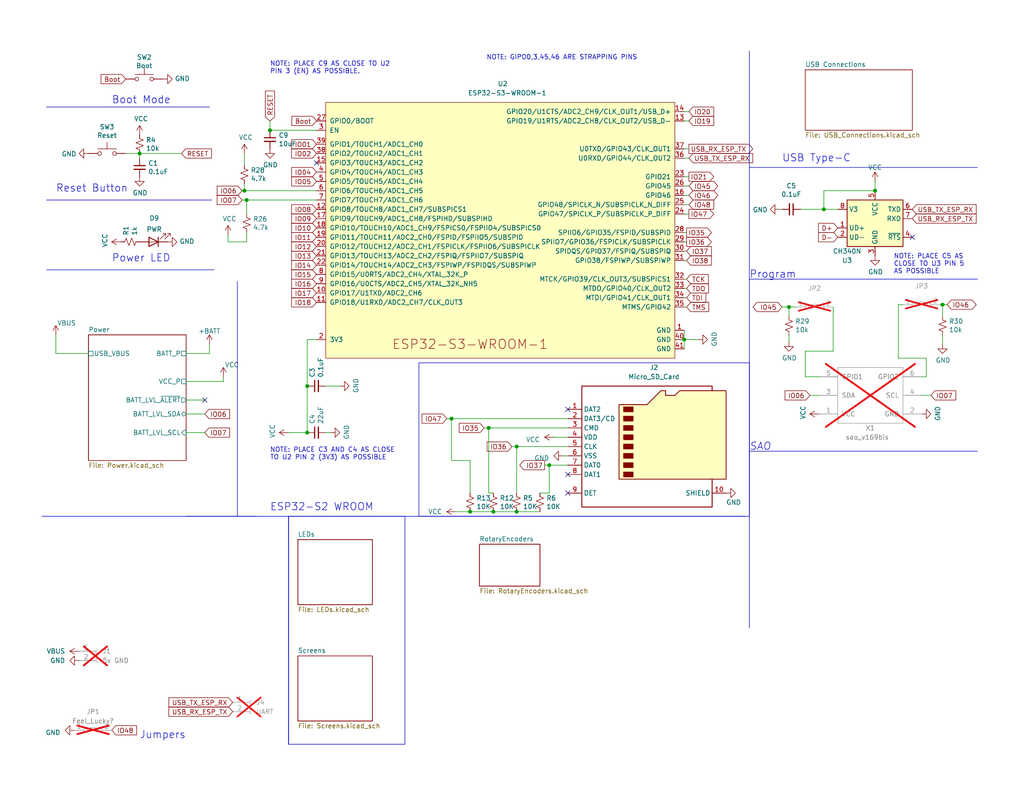
<source format=kicad_sch>
(kicad_sch (version 20230121) (generator eeschema)
  (paper "USLetter")
  (title_block (title "CactusCon12") (date "2023-10-30") (rev "v1") (company "BadgePirates") (comment 1 "ESP32-S3 WROOM (WIFI/BTLE)") (comment 2 "USB to Serial Connector / MicroSD") (comment 3 "Lipo Charger / 14500 Battery / Battery Guage") (comment 4 "5 Input Buttons / 2x Rotary Dials / 2x SPI TFT / I2C Oled"))
  (lib_symbols
    (symbol "BadgePirates:Badgelife_sao_connector_v169bis" (pin_names (offset 1.016))
      (property "Reference" "X" (at 0 0 0))
      (property "Value" "Badgelife_sao_connector_v169bis" (at 0 20.32 0))
      (symbol "Badgelife_sao_connector_v169bis_1_1"
        (pin input line (at -5.08 13.97 270) (length 5.08) (name "VCC") (number "1"))
        (pin input line (at -5.08 -13.97 90) (length 5.08) (name "GND") (number "2"))
        (pin input line (at 0 13.97 270) (length 5.08) (name "SDA") (number "3"))
        (pin input line (at 0 -13.97 90) (length 5.08) (name "SCL") (number "4"))
        (pin input line (at 5.08 13.97 270) (length 5.08) (name "GPIO1") (number "5"))
        (pin input line (at 5.08 -13.97 90) (length 5.08) (name "GPIO2") (number "6"))
      )
    )
    (symbol "BadgePirates:CH330N"
      (property "Reference" "U3" (at -7.62 -11.43 0))
      (property "Value" "CH340N" (at -7.62 -8.89 0))
      (symbol "CH330N_1_1"
        (pin bidirectional line (at -10.16 -2.54 0) (length 2.54) (name "UD+") (number "1"))
        (pin bidirectional line (at -10.16 -5.08 0) (length 2.54) (name "UD-") (number "2"))
        (pin power_in line (at 0 -10.16 90) (length 2.54) (name "GND") (number "3"))
        (pin output line (at 10.16 -5.08 180) (length 2.54) (name "~{RTS}") (number "4"))
        (pin power_in line (at 0 7.62 270) (length 2.54) (name "VCC") (number "5"))
        (pin output line (at 10.16 2.54 180) (length 2.54) (name "TXD") (number "6"))
        (pin input line (at 10.16 0 180) (length 2.54) (name "RXD") (number "7"))
        (pin passive line (at -10.16 2.54 0) (length 2.54) (name "V3") (number "8"))
      )
    )
    (symbol "BadgePirates:C_.1uf_0805" (pin_numbers hide) (pin_names (offset 0.254) hide)
      (property "Reference" "C_.1uf_0805" (at 2.3368 1.1684 0))
      (property "Value" "0.1uF" (at 2.3368 -1.143 0))
      (symbol "C_.1uf_0805_1_1"
        (pin passive line (at 0 2.54 270) (length 2.032) (name "~") (number "1"))
        (pin passive line (at 0 -2.54 90) (length 2.032) (name "~") (number "2"))
      )
    )
    (symbol "BadgePirates:ESP32-S3-WROOM-1-N8" (pin_names (offset 1.016))
      (property "Reference" "U2" (at 8.89 39.37 0))
      (property "Value" "ESP32-S3-WROOM-1-N8" (at 10.16 36.83 0))
      (symbol "ESP32-S3-WROOM-1-N8_0_0"
        (text "ESP32-S3-WROOM-1" (at 0 -31.75 0) (effects (font (size 2.54 2.54))))
        (pin power_in line (at 58.42 -27.94 180) (length 2.54) (name "GND") (number "1"))
        (pin bidirectional line (at -41.91 -17.78 0) (length 2.54) (name "GPIO17/U1TXD/ADC2_CH6") (number "10"))
        (pin bidirectional line (at -41.91 -20.32 0) (length 2.54) (name "GPIO18/U1RXD/ADC2_CH7/CLK_OUT3") (number "11"))
        (pin bidirectional line (at -41.91 5.08 0) (length 2.54) (name "GPIO8/TOUCH8/ADC1_CH7/SUBSPICS1") (number "12"))
        (pin bidirectional line (at 58.42 29.21 180) (length 2.54) (name "GPIO19/U1RTS/ADC2_CH8/CLK_OUT2/USB_D-") (number "13"))
        (pin bidirectional line (at 58.42 31.75 180) (length 2.54) (name "GPIO20/U1CTS/ADC2_CH9/CLK_OUT1/USB_D+") (number "14"))
        (pin bidirectional line (at -41.91 17.78 0) (length 2.54) (name "GPIO3/TOUCH3/ADC1_CH2") (number "15"))
        (pin bidirectional line (at 58.42 8.89 180) (length 2.54) (name "GPIO46") (number "16"))
        (pin bidirectional line (at -41.91 2.54 0) (length 2.54) (name "GPIO9/TOUCH9/ADC1_CH8/FSPIHD/SUBSPIHD") (number "17"))
        (pin bidirectional line (at -41.91 0 0) (length 2.54) (name "GPIO10/TOUCH10/ADC1_CH9/FSPICS0/FSPIIO4/SUBSPICS0") (number "18"))
        (pin bidirectional line (at -41.91 -2.54 0) (length 2.54) (name "GPIO11/TOUCH11/ADC2_CH0/FSPID/FSPIIO5/SUBSPID") (number "19"))
        (pin power_in line (at -41.91 -30.48 0) (length 2.54) (name "3V3") (number "2"))
        (pin bidirectional line (at -41.91 -5.08 0) (length 2.54) (name "GPIO12/TOUCH12/ADC2_CH1/FSPICLK/FSPIIO6/SUBSPICLK") (number "20"))
        (pin bidirectional line (at -41.91 -7.62 0) (length 2.54) (name "GPIO13/TOUCH13/ADC2_CH2/FSPIQ/FSPIIO7/SUBSPIQ") (number "21"))
        (pin bidirectional line (at -41.91 -10.16 0) (length 2.54) (name "GPIO14/TOUCH14/ADC2_CH3/FSPIWP/FSPIDQS/SUBSPIWP") (number "22"))
        (pin bidirectional line (at 58.42 13.97 180) (length 2.54) (name "GPIO21") (number "23"))
        (pin bidirectional line (at 58.42 3.81 180) (length 2.54) (name "GPIO47/SPICLK_P/SUBSPICLK_P_DIFF") (number "24"))
        (pin bidirectional line (at 58.42 6.35 180) (length 2.54) (name "GPIO48/SPICLK_N/SUBSPICLK_N_DIFF") (number "25"))
        (pin bidirectional line (at 58.42 11.43 180) (length 2.54) (name "GPIO45") (number "26"))
        (pin bidirectional line (at -41.91 29.21 0) (length 2.54) (name "GPIO0/BOOT") (number "27"))
        (pin bidirectional line (at 58.42 -1.27 180) (length 2.54) (name "SPIIO6/GPIO35/FSPID/SUBSPID") (number "28"))
        (pin bidirectional line (at 58.42 -3.81 180) (length 2.54) (name "SPIIO7/GPIO36/FSPICLK/SUBSPICLK") (number "29"))
        (pin input line (at -41.91 26.67 0) (length 2.54) (name "EN") (number "3"))
        (pin bidirectional line (at 58.42 -6.35 180) (length 2.54) (name "SPIDQS/GPIO37/FSPIQ/SUBSPIQ") (number "30"))
        (pin bidirectional line (at 58.42 -8.89 180) (length 2.54) (name "GPIO38/FSPIWP/SUBSPIWP") (number "31"))
        (pin bidirectional line (at 58.42 -13.97 180) (length 2.54) (name "MTCK/GPIO39/CLK_OUT3/SUBSPICS1") (number "32"))
        (pin bidirectional line (at 58.42 -16.51 180) (length 2.54) (name "MTDO/GPIO40/CLK_OUT2") (number "33"))
        (pin bidirectional line (at 58.42 -19.05 180) (length 2.54) (name "MTDI/GPIO41/CLK_OUT1") (number "34"))
        (pin bidirectional line (at 58.42 -21.59 180) (length 2.54) (name "MTMS/GPIO42") (number "35"))
        (pin bidirectional line (at 58.42 19.05 180) (length 2.54) (name "U0RXD/GPIO44/CLK_OUT2") (number "36"))
        (pin bidirectional line (at 58.42 21.59 180) (length 2.54) (name "U0TXD/GPIO43/CLK_OUT1") (number "37"))
        (pin bidirectional line (at -41.91 20.32 0) (length 2.54) (name "GPIO2/TOUCH2/ADC1_CH1") (number "38"))
        (pin bidirectional line (at -41.91 22.86 0) (length 2.54) (name "GPIO1/TOUCH1/ADC1_CH0") (number "39"))
        (pin bidirectional line (at -41.91 15.24 0) (length 2.54) (name "GPIO4/TOUCH4/ADC1_CH3") (number "4"))
        (pin power_in line (at 58.42 -30.48 180) (length 2.54) (name "GND") (number "40"))
        (pin power_in line (at 58.42 -33.02 180) (length 2.54) (name "GND") (number "41"))
        (pin bidirectional line (at -41.91 12.7 0) (length 2.54) (name "GPIO5/TOUCH5/ADC1_CH4") (number "5"))
        (pin bidirectional line (at -41.91 10.16 0) (length 2.54) (name "GPIO6/TOUCH6/ADC1_CH5") (number "6"))
        (pin bidirectional line (at -41.91 7.62 0) (length 2.54) (name "GPIO7/TOUCH7/ADC1_CH6") (number "7"))
        (pin bidirectional line (at -41.91 -12.7 0) (length 2.54) (name "GPIO15/U0RTS/ADC2_CH4/XTAL_32K_P") (number "8"))
        (pin bidirectional line (at -41.91 -15.24 0) (length 2.54) (name "GPIO16/U0CTS/ADC2_CH5/XTAL_32K_NH5") (number "9"))
      )
    )
    (symbol "BadgePirates:R_10k_1206" (pin_numbers hide) (pin_names (offset 0.254) hide)
      (property "Reference" "R_10k_1206" (at 1.7272 1.1684 0))
      (property "Value" "10k" (at 1.7272 -1.143 0))
      (symbol "R_10k_1206_1_1"
        (pin passive line (at 0 2.54 270) (length 1.016) (name "~") (number "1"))
        (pin passive line (at 0 -2.54 90) (length 1.016) (name "~") (number "2"))
      )
    )
    (symbol "BadgePirates:R_4.4k_1206" (pin_numbers hide) (pin_names (offset 0.254) hide)
      (property "Reference" "R28" (at 1.7272 1.1684 0))
      (property "Value" "4.7k" (at 1.7272 -1.143 0))
      (symbol "R_4.4k_1206_1_1"
        (pin passive line (at 0 2.54 270) (length 1.016) (name "~") (number "1"))
        (pin passive line (at 0 -2.54 90) (length 1.016) (name "~") (number "2"))
      )
    )
    (symbol "BadgePirates:R_4.7k_1206" (pin_numbers hide) (pin_names (offset 0.254) hide)
      (property "Reference" "R26" (at 1.7272 1.1684 0))
      (property "Value" "4.7k" (at 1.7272 -1.143 0))
      (symbol "R_4.7k_1206_1_1"
        (pin passive line (at 0 2.54 270) (length 1.016) (name "~") (number "1"))
        (pin passive line (at 0 -2.54 90) (length 1.016) (name "~") (number "2"))
      )
    )
    (symbol "BadgePirates:SW_Push" (pin_numbers hide) (pin_names (offset 1.016) hide)
      (property "Reference" "SW_Push" (at 0 7.239 0))
      (property "Value" "Reset" (at 0 4.9276 0))
      (symbol "SW_Push_0_1"
        (pin passive line (at -5.08 0 0) (length 2.54) (name "1") (number "1"))
        (pin passive line (at 5.08 0 180) (length 2.54) (name "2") (number "2"))
      )
    )
    (symbol "Connector:Conn_01x02_Female" (pin_names (offset 1.016) hide)
      (property "Reference" "J" (at 0 2.54 0))
      (property "Value" "Conn_01x02_Female" (at 0 -5.08 0))
      (symbol "Conn_01x02_Female_1_1"
        (pin passive line (at -5.08 0 0) (length 3.81) (name "Pin_1") (number "1"))
        (pin passive line (at -5.08 -2.54 0) (length 3.81) (name "Pin_2") (number "2"))
      )
    )
    (symbol "Connector:Micro_SD_Card_Det1"
      (property "Reference" "J" (at -16.51 17.78 0))
      (property "Value" "Micro_SD_Card_Det1" (at 16.51 17.78 0))
      (symbol "Micro_SD_Card_Det1_1_1"
        (pin bidirectional line (at -22.86 10.16 0) (length 3.81) (name "DAT2") (number "1"))
        (pin passive line (at 20.32 -12.7 180) (length 3.81) (name "SHIELD") (number "10"))
        (pin bidirectional line (at -22.86 7.62 0) (length 3.81) (name "DAT3/CD") (number "2"))
        (pin input line (at -22.86 5.08 0) (length 3.81) (name "CMD") (number "3"))
        (pin power_in line (at -22.86 2.54 0) (length 3.81) (name "VDD") (number "4"))
        (pin input line (at -22.86 0 0) (length 3.81) (name "CLK") (number "5"))
        (pin power_in line (at -22.86 -2.54 0) (length 3.81) (name "VSS") (number "6"))
        (pin bidirectional line (at -22.86 -5.08 0) (length 3.81) (name "DAT0") (number "7"))
        (pin bidirectional line (at -22.86 -7.62 0) (length 3.81) (name "DAT1") (number "8"))
        (pin passive line (at -22.86 -12.7 0) (length 3.81) (name "DET") (number "9"))
      )
    )
    (symbol "Device:C_Small" (pin_numbers hide) (pin_names (offset 0.254) hide)
      (property "Reference" "C" (at 0.254 1.778 0))
      (property "Value" "C_Small" (at 0.254 -2.032 0))
      (symbol "C_Small_1_1"
        (pin passive line (at 0 2.54 270) (length 2.032) (name "~") (number "1"))
        (pin passive line (at 0 -2.54 90) (length 2.032) (name "~") (number "2"))
      )
    )
    (symbol "Device:LED" (pin_numbers hide) (pin_names (offset 1.016) hide)
      (property "Reference" "D" (at 0 2.54 0))
      (property "Value" "LED" (at 0 -2.54 0))
      (symbol "LED_1_1"
        (pin passive line (at -3.81 0 0) (length 2.54) (name "K") (number "1"))
        (pin passive line (at 3.81 0 180) (length 2.54) (name "A") (number "2"))
      )
    )
    (symbol "Device:R_Small_US" (pin_numbers hide) (pin_names (offset 0.254) hide)
      (property "Reference" "R" (at 0.762 0.508 0))
      (property "Value" "R_Small_US" (at 0.762 -1.016 0))
      (symbol "R_Small_US_1_1"
        (pin passive line (at 0 2.54 270) (length 1.016) (name "~") (number "1"))
        (pin passive line (at 0 -2.54 90) (length 1.016) (name "~") (number "2"))
      )
    )
    (symbol "GND_2" (power) (pin_names (offset 0))
      (property "Value" "GND_2" (at 0 -3.81 0))
      (symbol "GND_2_1_1"
        (pin power_in line (at 0 0 270) (length 0) hide (name "GND") (number "1"))
      )
    )
    (symbol "GND_3" (power) (pin_names (offset 0))
      (property "Value" "GND_3" (at 0 -3.81 0))
      (symbol "GND_3_1_1"
        (pin power_in line (at 0 0 270) (length 0) hide (name "GND") (number "1"))
      )
    )
    (symbol "Jumper:Jumper_2_Bridged" (pin_names (offset 0) hide)
      (property "Reference" "JP" (at 0 1.905 0))
      (property "Value" "Jumper_2_Bridged" (at 0 -2.54 0))
      (symbol "Jumper_2_Bridged_1_1"
        (pin passive line (at -5.08 0 0) (length 2.54) (name "A") (number "1"))
        (pin passive line (at 5.08 0 180) (length 2.54) (name "B") (number "2"))
      )
    )
    (symbol "Switch:SW_Push" (pin_numbers hide) (pin_names (offset 1.016) hide)
      (property "Reference" "SW" (at 1.27 2.54 0))
      (property "Value" "SW_Push" (at 0 -1.524 0))
      (symbol "SW_Push_0_1"
        (pin passive line (at -5.08 0 0) (length 2.54) (name "1") (number "1"))
        (pin passive line (at 5.08 0 180) (length 2.54) (name "2") (number "2"))
      )
    )
    (symbol "VCC_1" (power) (pin_names (offset 0))
      (property "Value" "VCC_1" (at 0 3.81 0))
      (symbol "VCC_1_1_1"
        (pin power_in line (at 0 0 90) (length 0) hide (name "VCC") (number "1"))
      )
    )
    (symbol "power:+BATT" (power) (pin_names (offset 0))
      (property "Value" "+BATT" (at 0 3.556 0))
      (symbol "+BATT_1_1"
        (pin power_in line (at 0 0 90) (length 0) hide (name "+BATT") (number "1"))
      )
    )
    (symbol "power:GND" (power) (pin_names (offset 0))
      (property "Value" "GND" (at 0 -3.81 0))
      (symbol "GND_1_1"
        (pin power_in line (at 0 0 270) (length 0) hide (name "GND") (number "1"))
      )
    )
    (symbol "power:VBUS" (power) (pin_names (offset 0))
      (property "Value" "VBUS" (at 0 3.81 0))
      (symbol "VBUS_1_1"
        (pin power_in line (at 0 0 90) (length 0) hide (name "VBUS") (number "1"))
      )
    )
    (symbol "power:VCC" (power) (pin_names (offset 0))
      (property "Value" "VCC" (at 0 3.81 0))
      (symbol "VCC_1_1"
        (pin power_in line (at 0 0 90) (length 0) hide (name "VCC") (number "1"))
      )
    )
  )
  (junction (at 149.86 127))
  (junction (at 257.175 83.185))
  (junction (at 224.79 57.15))
  (junction (at 73.66 35.56))
  (junction (at 238.76 52.07))
  (junction (at 66.675 52.07))
  (junction (at 140.97 139.7))
  (junction (at 128.27 139.7))
  (junction (at 134.62 139.7))
  (junction (at 140.97 121.92))
  (junction (at 83.82 105.41))
  (junction (at 186.69 92.71))
  (junction (at 123.19 114.3))
  (junction (at 38.1 41.91))
  (junction (at 133.35 116.84))
  (junction (at 67.31 54.61))
  (junction (at 215.265 83.82))
  (junction (at 83.82 118.11))
  (no_connect (at 154.94 134.62))
  (no_connect (at 248.92 64.77))
  (no_connect (at 86.36 44.45))
  (no_connect (at 55.88 109.22))
  (no_connect (at 154.94 111.76))
  (no_connect (at 154.94 129.54))
  (polyline (pts (xy 204.47 13.97) (xy 204.47 171.45)))
  (wire (pts (xy 128.27 134.62) (xy 128.27 125.73)))
  (wire (pts (xy 50.8 113.03) (xy 55.88 113.03)))
  (wire (pts (xy 187.325 83.82) (xy 186.69 83.82)))
  (polyline (pts (xy 12.7 73.66) (xy 58.42 73.66)))
  (wire (pts (xy 83.82 92.71) (xy 86.36 92.71)))
  (wire (pts (xy 219.71 102.87) (xy 223.52 102.87)))
  (wire (pts (xy 140.97 121.92) (xy 154.94 121.92)))
  (wire (pts (xy 218.44 57.15) (xy 224.79 57.15)))
  (wire (pts (xy 88.9 105.41) (xy 92.71 105.41)))
  (wire (pts (xy 149.86 127) (xy 149.86 134.62)))
  (wire (pts (xy 186.69 53.34) (xy 187.96 53.34)))
  (wire (pts (xy 140.97 139.7) (xy 147.32 139.7)))
  (wire (pts (xy 187.325 78.74) (xy 186.69 78.74)))
  (wire (pts (xy 50.8 109.22) (xy 55.88 109.22)))
  (wire (pts (xy 123.19 114.3) (xy 154.94 114.3)))
  (wire (pts (xy 186.69 92.71) (xy 186.69 95.25)))
  (wire (pts (xy 128.27 139.7) (xy 134.62 139.7)))
  (wire (pts (xy 66.04 54.61) (xy 67.31 54.61)))
  (wire (pts (xy 123.19 125.73) (xy 123.19 114.3)))
  (wire (pts (xy 186.69 40.64) (xy 187.96 40.64)))
  (wire (pts (xy 238.76 49.53) (xy 238.76 52.07)))
  (wire (pts (xy 215.265 91.44) (xy 215.265 93.345)))
  (polyline (pts (xy 266.7 123.19) (xy 204.47 123.19)))
  (wire (pts (xy 132.08 116.84) (xy 133.35 116.84)))
  (wire (pts (xy 38.1 41.91) (xy 38.1 43.18)))
  (wire (pts (xy 187.325 66.04) (xy 186.69 66.04)))
  (wire (pts (xy 187.96 55.88) (xy 186.69 55.88)))
  (wire (pts (xy 15.24 96.52) (xy 15.24 91.44)))
  (polyline (pts (xy 50.8 140.97) (xy 203.2 140.97)))
  (wire (pts (xy 186.69 58.42) (xy 187.96 58.42)))
  (wire (pts (xy 186.69 30.48) (xy 187.96 30.48)))
  (wire (pts (xy 252.73 102.87) (xy 252.73 97.79)))
  (polyline (pts (xy 78.74 140.97) (xy 78.74 203.2)))
  (wire (pts (xy 227.33 83.82) (xy 227.33 95.885)))
  (polyline (pts (xy 57.785 54.61) (xy 12.7 54.61)))
  (polyline (pts (xy 11.43 140.97) (xy 69.85 140.97)))
  (wire (pts (xy 67.31 63.5) (xy 67.31 66.04)))
  (wire (pts (xy 24.13 96.52) (xy 15.24 96.52)))
  (wire (pts (xy 66.675 41.91) (xy 66.675 45.085)))
  (wire (pts (xy 220.98 107.95) (xy 223.52 107.95)))
  (wire (pts (xy 257.175 83.185) (xy 258.445 83.185)))
  (polyline (pts (xy 204.47 45.72) (xy 266.7 45.72)))
  (wire (pts (xy 66.675 50.165) (xy 66.675 52.07)))
  (wire (pts (xy 186.69 92.71) (xy 190.5 92.71)))
  (wire (pts (xy 251.46 102.87) (xy 252.73 102.87)))
  (wire (pts (xy 186.69 90.17) (xy 186.69 92.71)))
  (wire (pts (xy 187.325 76.2) (xy 186.69 76.2)))
  (wire (pts (xy 133.35 134.62) (xy 134.62 134.62)))
  (wire (pts (xy 219.71 95.885) (xy 219.71 102.87)))
  (wire (pts (xy 186.69 50.8) (xy 187.96 50.8)))
  (wire (pts (xy 227.33 95.885) (xy 219.71 95.885)))
  (wire (pts (xy 151.13 119.38) (xy 154.94 119.38)))
  (wire (pts (xy 257.175 91.44) (xy 257.175 93.98)))
  (wire (pts (xy 153.67 124.46) (xy 154.94 124.46)))
  (wire (pts (xy 215.265 86.36) (xy 215.265 83.82)))
  (wire (pts (xy 212.725 57.15) (xy 213.36 57.15)))
  (wire (pts (xy 187.325 63.5) (xy 186.69 63.5)))
  (wire (pts (xy 133.35 134.62) (xy 133.35 116.84)))
  (polyline (pts (xy 204.47 76.2) (xy 266.7 76.2)))
  (wire (pts (xy 215.265 83.82) (xy 217.17 83.82)))
  (wire (pts (xy 73.66 35.56) (xy 86.36 35.56)))
  (wire (pts (xy 187.325 81.28) (xy 186.69 81.28)))
  (wire (pts (xy 60.96 104.14) (xy 50.8 104.14)))
  (wire (pts (xy 83.82 118.11) (xy 78.74 118.11)))
  (wire (pts (xy 213.36 83.82) (xy 215.265 83.82)))
  (wire (pts (xy 256.54 83.185) (xy 257.175 83.185)))
  (wire (pts (xy 187.325 71.12) (xy 186.69 71.12)))
  (wire (pts (xy 139.7 121.92) (xy 140.97 121.92)))
  (wire (pts (xy 66.675 52.07) (xy 86.36 52.07)))
  (wire (pts (xy 186.69 48.26) (xy 187.96 48.26)))
  (wire (pts (xy 57.15 93.98) (xy 57.15 96.52)))
  (wire (pts (xy 187.325 68.58) (xy 186.69 68.58)))
  (wire (pts (xy 187.96 33.02) (xy 186.69 33.02)))
  (wire (pts (xy 60.96 102.87) (xy 60.96 104.14)))
  (wire (pts (xy 128.27 125.73) (xy 123.19 125.73)))
  (wire (pts (xy 245.11 97.79) (xy 245.11 83.185)))
  (wire (pts (xy 123.19 114.3) (xy 121.92 114.3)))
  (wire (pts (xy 252.73 97.79) (xy 245.11 97.79)))
  (wire (pts (xy 134.62 139.7) (xy 140.97 139.7)))
  (wire (pts (xy 149.86 127) (xy 154.94 127)))
  (wire (pts (xy 73.66 33.02) (xy 73.66 35.56)))
  (wire (pts (xy 186.69 43.18) (xy 187.96 43.18)))
  (wire (pts (xy 62.23 64.135) (xy 62.23 66.04)))
  (wire (pts (xy 83.82 105.41) (xy 83.82 92.71)))
  (wire (pts (xy 67.31 54.61) (xy 67.31 58.42)))
  (wire (pts (xy 224.79 52.07) (xy 238.76 52.07)))
  (wire (pts (xy 38.1 41.91) (xy 49.53 41.91)))
  (wire (pts (xy 149.86 134.62) (xy 147.32 134.62)))
  (wire (pts (xy 34.29 41.91) (xy 38.1 41.91)))
  (wire (pts (xy 124.46 139.7) (xy 128.27 139.7)))
  (wire (pts (xy 83.82 105.41) (xy 83.82 118.11)))
  (wire (pts (xy 50.8 118.11) (xy 55.88 118.11)))
  (wire (pts (xy 245.11 83.185) (xy 246.38 83.185)))
  (wire (pts (xy 66.04 52.07) (xy 66.675 52.07)))
  (wire (pts (xy 57.15 96.52) (xy 50.8 96.52)))
  (polyline (pts (xy 12.7 29.21) (xy 57.15 29.21)))
  (wire (pts (xy 257.175 83.185) (xy 257.175 86.36)))
  (wire (pts (xy 67.31 66.04) (xy 62.23 66.04)))
  (wire (pts (xy 140.97 121.92) (xy 140.97 134.62)))
  (wire (pts (xy 224.79 52.07) (xy 224.79 57.15)))
  (wire (pts (xy 251.46 107.95) (xy 254 107.95)))
  (wire (pts (xy 67.31 54.61) (xy 86.36 54.61)))
  (wire (pts (xy 148.59 127) (xy 149.86 127)))
  (wire (pts (xy 133.35 116.84) (xy 154.94 116.84)))
  (polyline (pts (xy 64.77 76.835) (xy 64.77 140.97)))
  (wire (pts (xy 224.79 57.15) (xy 228.6 57.15)))
  (wire (pts (xy 90.17 118.11) (xy 88.9 118.11)))
  (rectangle (start 114.3 99.06) (end 204.47 140.97))
  (rectangle (start 78.74 140.97) (end 110.49 203.2))
  (text "SAO" (at 204.47 123.19 0) (effects (font (size 2.0066 2.0066) italic) (justify left bottom)))
  (text "Power LED" (at 30.48 71.755 0) (effects (font (size 2.0066 2.0066)) (justify left bottom)))
  (text "USB Type-C" (at 213.36 44.45 0) (effects (font (size 2.0066 2.0066)) (justify left bottom)))
  (text "NOTE: GIPO0,3,45,46 ARE STRAPPING PINS" (at 132.715 16.51 0) (effects (font (size 1.27 1.27)) (justify left bottom)))
  (text "Jumpers\n" (at 38.1 201.93 0) (effects (font (size 2.0066 2.0066)) (justify left bottom)))
  (text "ESP32-S2 WROOM" (at 73.66 139.7 0) (effects (font (size 2 2)) (justify left bottom)))
  (text "NOTE: PLACE C5 AS\nCLOSE TO U3 PIN 5\nAS POSSIBLE" (at 243.84 74.93 0) (effects (font (size 1.27 1.27)) (justify left bottom)))
  (text "Program" (at 204.47 76.2 0) (effects (font (size 2.0066 2.0066)) (justify left bottom)))
  (text "Boot Mode" (at 30.48 28.575 0) (effects (font (size 2.0066 2.0066)) (justify left bottom)))
  (text "NOTE: PLACE C3 AND C4 AS CLOSE\nTO U2 PIN 2 (3V3) AS POSSIBLE" (at 73.66 125.73 0) (effects (font (size 1.27 1.27)) (justify left bottom)))
  (text "Reset Button\n" (at 15.24 52.705 0) (effects (font (size 2.0066 2.0066)) (justify left bottom)))
  (text "NOTE: PLACE C9 AS CLOSE TO U2\nPIN 3 (EN) AS POSSIBLE." (at 73.66 20.32 0) (effects (font (size 1.27 1.27)) (justify left bottom)))
  (global_label "IO48" (shape input) (at 187.96 55.88 0) (property "Intersheetrefs" "${INTERSHEET_REFS}" (effects hide)))
  (global_label "IO02" (shape input) (at 86.36 41.91 180) (property "Intersheetrefs" "${INTERSHEET_REFS}" (effects hide)))
  (global_label "Boot" (shape input) (at 86.36 33.02 180) (property "Intersheetrefs" "${INTERSHEET_REFS}" (effects hide)))
  (global_label "IO12" (shape input) (at 86.36 67.31 180) (property "Intersheetrefs" "${INTERSHEET_REFS}" (effects hide)))
  (global_label "TDO" (shape input) (at 187.325 78.74 0) (property "Intersheetrefs" "${INTERSHEET_REFS}" (effects hide)))
  (global_label "USB_TX_ESP_RX" (shape input) (at 187.96 43.18 0) (property "Intersheetrefs" "${INTERSHEET_REFS}" (effects hide)))
  (global_label "IO15" (shape input) (at 86.36 74.93 180) (property "Intersheetrefs" "${INTERSHEET_REFS}" (effects hide)))
  (global_label "IO16" (shape input) (at 86.36 77.47 180) (property "Intersheetrefs" "${INTERSHEET_REFS}" (effects hide)))
  (global_label "IO01" (shape input) (at 86.36 39.37 180) (property "Intersheetrefs" "${INTERSHEET_REFS}" (effects hide)))
  (global_label "USB_TX_ESP_RX" (shape input) (at 63.5 191.77 180) (property "Intersheetrefs" "${INTERSHEET_REFS}" (effects hide)))
  (global_label "IO04" (shape input) (at 86.36 46.99 180) (property "Intersheetrefs" "${INTERSHEET_REFS}" (effects hide)))
  (global_label "IO47" (shape input) (at 121.92 114.3 180) (property "Intersheetrefs" "${INTERSHEET_REFS}" (effects hide)))
  (global_label "IO05" (shape input) (at 86.36 49.53 180) (property "Intersheetrefs" "${INTERSHEET_REFS}" (effects hide)))
  (global_label "IO07" (shape input) (at 55.88 118.11 0) (property "Intersheetrefs" "${INTERSHEET_REFS}" (effects hide)))
  (global_label "TCK" (shape input) (at 187.325 76.2 0) (property "Intersheetrefs" "${INTERSHEET_REFS}" (effects hide)))
  (global_label "IO19" (shape input) (at 187.96 33.02 0) (property "Intersheetrefs" "${INTERSHEET_REFS}" (effects hide)))
  (global_label "IO37" (shape output) (at 148.59 127 180) (property "Intersheetrefs" "${INTERSHEET_REFS}" (effects hide)))
  (global_label "IO37" (shape input) (at 187.325 68.58 0) (property "Intersheetrefs" "${INTERSHEET_REFS}" (effects hide)))
  (global_label "IO08" (shape input) (at 86.36 57.15 180) (property "Intersheetrefs" "${INTERSHEET_REFS}" (effects hide)))
  (global_label "Boot" (shape input) (at 34.29 21.59 180) (property "Intersheetrefs" "${INTERSHEET_REFS}" (effects hide)))
  (global_label "USB_RX_ESP_TX" (shape input) (at 248.92 59.69 0) (property "Intersheetrefs" "${INTERSHEET_REFS}" (effects hide)))
  (global_label "IO35" (shape output) (at 187.325 63.5 0) (property "Intersheetrefs" "${INTERSHEET_REFS}" (effects hide)))
  (global_label "IO45" (shape bidirectional) (at 187.96 50.8 0) (property "Intersheetrefs" "${INTERSHEET_REFS}" (effects hide)))
  (global_label "IO10" (shape input) (at 86.36 62.23 180) (property "Intersheetrefs" "${INTERSHEET_REFS}" (effects hide)))
  (global_label "IO47" (shape output) (at 187.96 58.42 0) (property "Intersheetrefs" "${INTERSHEET_REFS}" (effects hide)))
  (global_label "IO06" (shape input) (at 220.98 107.95 180) (property "Intersheetrefs" "${INTERSHEET_REFS}" (effects hide)))
  (global_label "IO20" (shape input) (at 187.96 30.48 0) (property "Intersheetrefs" "${INTERSHEET_REFS}" (effects hide)))
  (global_label "IO07" (shape input) (at 66.04 54.61 180) (property "Intersheetrefs" "${INTERSHEET_REFS}" (effects hide)))
  (global_label "IO11" (shape input) (at 86.36 64.77 180) (property "Intersheetrefs" "${INTERSHEET_REFS}" (effects hide)))
  (global_label "IO48" (shape input) (at 30.48 199.39 0) (property "Intersheetrefs" "${INTERSHEET_REFS}" (effects hide)))
  (global_label "RESET" (shape input) (at 73.66 33.02 90) (property "Intersheetrefs" "${INTERSHEET_REFS}" (effects hide)))
  (global_label "IO14" (shape input) (at 86.36 72.39 180) (property "Intersheetrefs" "${INTERSHEET_REFS}" (effects hide)))
  (global_label "IO17" (shape input) (at 86.36 80.01 180) (property "Intersheetrefs" "${INTERSHEET_REFS}" (effects hide)))
  (global_label "TDI" (shape input) (at 187.325 81.28 0) (property "Intersheetrefs" "${INTERSHEET_REFS}" (effects hide)))
  (global_label "USB_TX_ESP_RX" (shape input) (at 248.92 57.15 0) (property "Intersheetrefs" "${INTERSHEET_REFS}" (effects hide)))
  (global_label "TMS" (shape input) (at 187.325 83.82 0) (property "Intersheetrefs" "${INTERSHEET_REFS}" (effects hide)))
  (global_label "D+" (shape input) (at 228.6 62.23 180) (property "Intersheetrefs" "${INTERSHEET_REFS}" (effects hide)))
  (global_label "IO18" (shape input) (at 86.36 82.55 180) (property "Intersheetrefs" "${INTERSHEET_REFS}" (effects hide)))
  (global_label "USB_RX_ESP_TX" (shape input) (at 63.5 194.31 180) (property "Intersheetrefs" "${INTERSHEET_REFS}" (effects hide)))
  (global_label "IO07" (shape input) (at 254 107.95 0) (property "Intersheetrefs" "${INTERSHEET_REFS}" (effects hide)))
  (global_label "IO21" (shape output) (at 187.96 48.26 0) (property "Intersheetrefs" "${INTERSHEET_REFS}" (effects hide)))
  (global_label "IO38" (shape input) (at 187.325 71.12 0) (property "Intersheetrefs" "${INTERSHEET_REFS}" (effects hide)))
  (global_label "IO36" (shape output) (at 187.325 66.04 0) (property "Intersheetrefs" "${INTERSHEET_REFS}" (effects hide)))
  (global_label "RESET" (shape input) (at 49.53 41.91 0) (property "Intersheetrefs" "${INTERSHEET_REFS}" (effects hide)))
  (global_label "D-" (shape input) (at 228.6 64.77 180) (property "Intersheetrefs" "${INTERSHEET_REFS}" (effects hide)))
  (global_label "IO09" (shape input) (at 86.36 59.69 180) (property "Intersheetrefs" "${INTERSHEET_REFS}" (effects hide)))
  (global_label "IO35" (shape input) (at 132.08 116.84 180) (property "Intersheetrefs" "${INTERSHEET_REFS}" (effects hide)))
  (global_label "IO06" (shape input) (at 55.88 113.03 0) (property "Intersheetrefs" "${INTERSHEET_REFS}" (effects hide)))
  (global_label "USB_RX_ESP_TX" (shape output) (at 187.96 40.64 0) (property "Intersheetrefs" "${INTERSHEET_REFS}" (effects hide)))
  (global_label "IO13" (shape input) (at 86.36 69.85 180) (property "Intersheetrefs" "${INTERSHEET_REFS}" (effects hide)))
  (global_label "IO46" (shape bidirectional) (at 258.445 83.185 0) (property "Intersheetrefs" "${INTERSHEET_REFS}" (effects hide)))
  (global_label "IO36" (shape input) (at 139.7 121.92 180) (property "Intersheetrefs" "${INTERSHEET_REFS}" (effects hide)))
  (global_label "IO46" (shape bidirectional) (at 187.96 53.34 0) (property "Intersheetrefs" "${INTERSHEET_REFS}" (effects hide)))
  (global_label "IO45" (shape bidirectional) (at 213.36 83.82 180) (property "Intersheetrefs" "${INTERSHEET_REFS}" (effects hide)))
  (global_label "IO06" (shape input) (at 66.04 52.07 180) (property "Intersheetrefs" "${INTERSHEET_REFS}" (effects hide)))
  (symbol (lib_id "Device:LED") (at 41.91 66.04 180) (unit 1)
    (property "Reference" "D9" (at 42.0878 59.563 0))
    (property "Value" "PWR" (at 42.0878 61.8744 0) (effects (justify bottom)))
    (property "Footprint" "BadgePirates:LED_1206" (effects hide))
    (property "Datasheet" "https://datasheet.lcsc.com/lcsc/2008201033_Foshan-NationStar-Optoelectronics-NCD1206C1_C84273.pdf" (effects hide))
    (property "MFG" "Foshan NationStar Optoelectronics" (effects hide))
    (property "MFG_PN" "NCD1206C1" (effects hide))
    (property "Vendor1" "LCSC" (effects hide))
    (property "Vendor1_PN" "C84273" (effects hide))
    (property "Vendor1_URL" "https://www.lcsc.com/product-detail/Light-Emitting-Diodes-LED_Foshan-NationStar-Optoelectronics-NCD1206C1_C84273.html" (effects hide))
  )
  (symbol (lib_id "power:GND") (at 190.5 92.71 90) (unit 1)
    (property "Reference" "#PWR025" (effects hide))
    (property "Value" "GND" (at 194.8942 92.583 0))
  )
  (symbol (lib_id "BadgePirates:C_.1uf_0805") (at 86.36 105.41 90) (unit 1)
    (property "Reference" "C3" (at 85.1916 103.0732 0) (effects (justify left)))
    (property "Value" "0.1uF" (at 87.503 103.0732 0) (effects (justify left)))
    (property "Footprint" "BadgePirates:C_0805_2012Metric" (effects hide))
    (property "Datasheet" "https://datasheet.lcsc.com/lcsc/2304140030_TORCH-CT41G-0805-2X1-50V-0-1-F-K-N_C126469.pdf" (effects hide))
    (property "MFG" "TORCH " (effects hide))
    (property "MFG_PN" "CT41G-0805-2X1-50V-0.1μF-K(N)" (effects hide))
    (property "Vendor1" "LCSC" (effects hide))
    (property "Vendor1_PN" "C126469" (effects hide))
    (property "Vendor1_URL" "https://www.lcsc.com/product-detail/Multilayer-Ceramic-Capacitors-MLCC-SMD-SMT_TORCH-CT41G-0805-2X1-50V-0-1-F-K-N_C126469.html" (effects hide))
  )
  (symbol (lib_id "Device:C_Small") (at 86.36 118.11 90) (unit 1)
    (property "Reference" "C4" (at 85.1916 115.7732 0) (effects (justify left)))
    (property "Value" "22uF" (at 87.503 115.7732 0) (effects (justify left)))
    (property "Footprint" "BadgePirates:C_0805_2012Metric" (effects hide))
    (property "Datasheet" "https://datasheet.lcsc.com/lcsc/2006102223_Samsung-Electro-Mechanics-CL21A226MAYNNNE_C602037.pdf" (effects hide))
    (property "MFG" "Samsung Electro-Mechanics" (effects hide))
    (property "MFG_PN" "CL21A226MAYNNNE" (effects hide))
    (property "Vendor1" "LCSC" (effects hide))
    (property "Vendor1_PN" "C602037" (effects hide))
    (property "Vendor1_URL" "https://www.lcsc.com/product-detail/Multilayer-Ceramic-Capacitors-MLCC-SMD-SMT_Samsung-Electro-Mechanics-CL21A226MAYNNNE_C602037.html" (effects hide))
  )
  (symbol (lib_id "power:VCC") (at 33.02 66.04 90) (unit 1)
    (property "Reference" "#PWR06" (effects hide))
    (property "Value" "VCC" (at 28.6258 65.659 0))
  )
  (symbol (lib_id "power:VCC") (at 78.74 118.11 90) (unit 1)
    (property "Reference" "#PWR016" (effects hide))
    (property "Value" "VCC" (at 74.3458 117.729 0))
  )
  (symbol (lib_id "power:GND") (at 90.17 118.11 90) (unit 1)
    (property "Reference" "#PWR018" (effects hide))
    (property "Value" "GND" (at 94.5642 117.983 0))
  )
  (symbol (lib_id "power:GND") (at 92.71 105.41 90) (unit 1)
    (property "Reference" "#PWR017" (effects hide))
    (property "Value" "GND" (at 97.1042 105.283 0))
  )
  (symbol (lib_id "power:GND") (at 45.72 66.04 90) (unit 1)
    (property "Reference" "#PWR010" (effects hide))
    (property "Value" "GND" (at 48.9712 65.913 90) (effects (justify right)))
  )
  (symbol (lib_id "BadgePirates:R_10k_1206") (at 38.1 39.37 0) (unit 1)
    (property "Reference" "R4" (at 39.8272 38.2016 0) (effects (justify left)))
    (property "Value" "10k" (at 39.8272 40.513 0) (effects (justify left)))
    (property "Footprint" "BadgePirates:R_1206_3216Metric" (effects hide))
    (property "Datasheet" "https://datasheet.lcsc.com/lcsc/2304140030_YAGEO-RC1206FR-0710KL_C132649.pdf" (effects hide))
    (property "MFG" "YAGEO" (effects hide))
    (property "MFG_PN" "RC1206FR-0710KL" (effects hide))
    (property "Vendor1" "LCSC" (effects hide))
    (property "Vendor1_PN" "C132649" (effects hide))
    (property "Vendor1_URL" "https://www.lcsc.com/product-detail/Chip-Resistor-Surface-Mount_YAGEO-RC1206FR-0710KL_C132649.html" (effects hide))
  )
  (symbol (lib_id "power:VCC") (at 38.1 36.83 0) (unit 1)
    (property "Reference" "#PWR07" (effects hide))
    (property "Value" "VCC" (at 38.481 32.4358 0))
  )
  (symbol (lib_id "Device:R_Small_US") (at 35.56 66.04 90) (unit 1)
    (property "Reference" "R1" (at 34.3916 64.3128 0) (effects (justify left)))
    (property "Value" "1k" (at 36.703 64.3128 0) (effects (justify left)))
    (property "Footprint" "BadgePirates:R_1206_3216Metric" (effects hide))
    (property "Datasheet" "https://datasheet.lcsc.com/lcsc/1810231210_YAGEO-RC1206FR-071KL_C131398.pdf" (effects hide))
    (property "MFG" "YAGEO" (effects hide))
    (property "MFG_PN" "RC1206FR-071KL" (effects hide))
    (property "Vendor1" "LCSC" (effects hide))
    (property "Vendor1_PN" "C131398" (effects hide))
    (property "Vendor1_URL" "https://www.lcsc.com/product-detail/Chip-Resistor-Surface-Mount_YAGEO-RC1206FR-071KL_C131398.html" (effects hide))
  )
  (symbol (lib_id "BadgePirates:CH330N") (at 238.76 59.69 0) (unit 1)
    (property "Reference" "U3" (at 231.14 71.12 0))
    (property "Value" "CH340N" (at 231.14 68.58 0))
    (property "Footprint" "BadgePirates:SOIC-8-1EP_W3.9mm" (effects hide))
    (property "Datasheet" "http://www.wch.cn/downloads/file/240.html" (effects hide))
    (property "MFG" "WCH(Jiangsu Qin Heng)" (effects hide))
    (property "MFG_PN" "CH340N" (effects hide))
    (property "Vendor1" "LCSC" (effects hide))
    (property "Vendor1_PN" "C2977777" (effects hide))
    (property "Vendor1_URL" "https://www.lcsc.com/product-detail/USB-ICs_WCH-Jiangsu-Qin-Heng-CH340N_C2977777.html" (effects hide))
  )
  (symbol (lib_id "power:GND") (at 238.76 69.85 0) (unit 1)
    (property "Reference" "#PWR034" (effects hide))
    (property "Value" "GND" (at 238.887 74.2442 0))
  )
  (symbol (lib_id "BadgePirates:C_.1uf_0805") (at 215.9 57.15 270) (unit 1)
    (property "Reference" "C5" (at 215.9 50.7492 90))
    (property "Value" "0.1uF" (at 215.9 53.0606 90))
    (property "Footprint" "BadgePirates:C_0805_2012Metric" (effects hide))
    (property "Datasheet" "https://datasheet.lcsc.com/lcsc/2304140030_TORCH-CT41G-0805-2X1-50V-0-1-F-K-N_C126469.pdf" (effects hide))
    (property "MFG" "TORCH " (effects hide))
    (property "MFG_PN" "CT41G-0805-2X1-50V-0.1μF-K(N)" (effects hide))
    (property "Vendor1" "LCSC" (effects hide))
    (property "Vendor1_PN" "C126469" (effects hide))
    (property "Vendor1_URL" "https://www.lcsc.com/product-detail/Multilayer-Ceramic-Capacitors-MLCC-SMD-SMT_TORCH-CT41G-0805-2X1-50V-0-1-F-K-N_C126469.html" (effects hide))
  )
  (symbol (lib_id "power:GND") (at 212.725 57.15 270) (unit 1)
    (property "Reference" "#PWR026" (effects hide))
    (property "Value" "GND" (at 209.4738 57.277 90) (effects (justify right)))
  )
  (symbol (lib_id "Switch:SW_Push") (at 29.21 41.91 0) (unit 1)
    (property "Reference" "SW3" (at 29.21 34.671 0))
    (property "Value" "Reset" (at 29.21 36.9824 0))
    (property "Footprint" "BadgePirates:Switch_Tactile_SMD_B3U-1000P-BPVersion" (effects hide))
    (property "Datasheet" "https://datasheet.lcsc.com/lcsc/1810010153_Omron-Electronics-B3U-1000P_C231329.pdf" (effects hide))
    (property "MFG" "Omron Electronics" (effects hide))
    (property "MFG_PN" "B3U-1000P" (effects hide))
    (property "Vendor1" "LCSC" (effects hide))
    (property "Vendor1_PN" "C231329" (effects hide))
    (property "Vendor1_URL" "https://www.lcsc.com/product-detail/_Omron-Electronics-_C231329.html" (effects hide))
  )
  (symbol (lib_id "power:GND") (at 24.13 41.91 270) (unit 1)
    (property "Reference" "#PWR02" (effects hide))
    (property "Value" "GND" (at 20.8788 42.037 90) (effects (justify right)))
  )
  (symbol (lib_id "power:VCC") (at 238.76 49.53 0) (unit 1)
    (property "Reference" "#PWR033" (effects hide))
    (property "Value" "VCC" (at 238.76 45.72 0))
  )
  (symbol (lib_id "power:GND") (at 251.46 113.03 90) (unit 1)
    (property "Reference" "#PWR040" (effects hide))
    (property "Value" "GND" (at 255.8542 112.903 0))
  )
  (symbol (lib_id "power:VCC") (at 223.52 113.03 90) (unit 1)
    (property "Reference" "#PWR030" (effects hide))
    (property "Value" "VCC" (at 219.1258 112.649 0))
  )
  (symbol (lib_id "BadgePirates:SW_Push") (at 39.37 21.59 0) (unit 1)
    (property "Reference" "SW2" (at 39.37 15.621 0))
    (property "Value" "Boot" (at 39.37 17.9324 0))
    (property "Footprint" "BadgePirates:Switch_Tactile_SMD_B3U-1000P-BPVersion" (effects hide))
    (property "Datasheet" "https://datasheet.lcsc.com/lcsc/1810010153_Omron-Electronics-B3U-1000P_C231329.pdf" (effects hide))
    (property "MFG" "Omron Electronics" (effects hide))
    (property "MFG_PN" "B3U-1000P" (effects hide))
    (property "Vendor1" "LCSC" (effects hide))
    (property "Vendor1_PN" "C231329" (effects hide))
    (property "Vendor1_URL" "https://www.lcsc.com/product-detail/_Omron-Electronics-_C231329.html" (effects hide))
  )
  (symbol (lib_id "power:GND") (at 44.45 21.59 90) (unit 1)
    (property "Reference" "#PWR09" (effects hide))
    (property "Value" "GND" (at 47.7012 21.463 90) (effects (justify right)))
  )
  (symbol (lib_name "GND_2") (lib_id "power:GND") (at 20.32 199.39 270) (unit 1)
    (property "Reference" "#PWR048" (effects hide))
    (property "Value" "GND" (at 16.51 200.025 90) (effects (justify right)))
  )
  (symbol (lib_id "power:+BATT") (at 57.15 93.98 0) (unit 1)
    (property "Reference" "#PWR03" (effects hide))
    (property "Value" "+BATT" (at 57.15 90.4042 0))
  )
  (symbol (lib_id "BadgePirates:R_10k_1206") (at 257.175 88.9 0) (unit 1)
    (property "Reference" "R30" (at 258.9022 87.7316 0) (effects (justify left)))
    (property "Value" "10k" (at 258.9022 90.043 0) (effects (justify left)))
    (property "Footprint" "BadgePirates:R_1206_3216Metric" (effects hide))
    (property "Datasheet" "https://datasheet.lcsc.com/lcsc/2304140030_YAGEO-RC1206FR-0710KL_C132649.pdf" (effects hide))
    (property "MFG" "YAGEO" (effects hide))
    (property "MFG_PN" "RC1206FR-0710KL" (effects hide))
    (property "Vendor1" "LCSC" (effects hide))
    (property "Vendor1_PN" "C132649" (effects hide))
    (property "Vendor1_URL" "https://www.lcsc.com/product-detail/Chip-Resistor-Surface-Mount_YAGEO-RC1206FR-0710KL_C132649.html" (effects hide))
  )
  (symbol (lib_id "Jumper:Jumper_2_Bridged") (at 222.25 83.82 0) (unit 1) (in_bom no) (dnp yes)
    (property "Reference" "JP2" (at 222.25 78.74 0))
    (property "Value" "GPIO1" (effects hide))
    (property "Footprint" "BadgePirates:SMT-JUMPER_2_NC_TRACE_NO-SILK" (effects hide))
    (property "Sim.Enable" "0" (effects hide))
  )
  (symbol (lib_id "BadgePirates:R_10k_1206") (at 215.265 88.9 0) (unit 1)
    (property "Reference" "R29" (at 216.9922 87.7316 0) (effects (justify left)))
    (property "Value" "10k" (at 216.9922 90.043 0) (effects (justify left)))
    (property "Footprint" "BadgePirates:R_1206_3216Metric" (effects hide))
    (property "Datasheet" "https://datasheet.lcsc.com/lcsc/2304140030_YAGEO-RC1206FR-0710KL_C132649.pdf" (effects hide))
    (property "MFG" "YAGEO" (effects hide))
    (property "MFG_PN" "RC1206FR-0710KL" (effects hide))
    (property "Vendor1" "LCSC" (effects hide))
    (property "Vendor1_PN" "C132649" (effects hide))
    (property "Vendor1_URL" "https://www.lcsc.com/product-detail/Chip-Resistor-Surface-Mount_YAGEO-RC1206FR-0710KL_C132649.html" (effects hide))
  )
  (symbol (lib_id "BadgePirates:R_10k_1206") (at 134.62 137.16 0) (unit 1)
    (property "Reference" "R12" (at 136.3472 135.9916 0) (effects (justify left)))
    (property "Value" "10K" (at 136.3472 138.303 0) (effects (justify left)))
    (property "Footprint" "BadgePirates:R_1206_3216Metric" (effects hide))
    (property "Datasheet" "https://datasheet.lcsc.com/lcsc/2304140030_YAGEO-RC1206FR-0710KL_C132649.pdf" (effects hide))
    (property "MFG" "YAGEO" (effects hide))
    (property "MFG_PN" "RC1206FR-0710KL" (effects hide))
    (property "Vendor1" "LCSC" (effects hide))
    (property "Vendor1_PN" "C132649" (effects hide))
    (property "Vendor1_URL" "https://www.lcsc.com/product-detail/Chip-Resistor-Surface-Mount_YAGEO-RC1206FR-0710KL_C132649.html" (effects hide))
  )
  (symbol (lib_id "BadgePirates:ESP32-S3-WROOM-1-N8") (at 128.27 62.23 0) (unit 1)
    (property "Reference" "U2" (at 137.16 22.86 0))
    (property "Value" "ESP32-S3-WROOM-1" (at 138.43 25.4 0))
    (property "Footprint" "BadgePirates:ESP32-S3-WROOM-1" (effects hide))
    (property "Datasheet" "https://www.espressif.com/sites/default/files/documentation/esp32-s3-wroom-1_wroom-1u_datasheet_en.pdf" (effects hide))
    (property "Sim.Enable" "0" (effects hide))
    (property "MFG" "ESPRESSIF" (effects hide))
    (property "MFG_PN" "ESP32-S3-WROOM-1-N8" (effects hide))
    (property "Vendor1" "LCSC" (effects hide))
    (property "Vendor1_PN" "C2913200" (effects hide))
    (property "Vendor1_URL" "https://www.lcsc.com/product-detail/WiFi-Modules_Espressif-Systems-ESP32-S3-WROOM-1-N4R8_C2913200.html" (effects hide))
  )
  (symbol (lib_id "power:GND") (at 198.12 134.62 90) (unit 1)
    (property "Reference" "#PWR052" (effects hide))
    (property "Value" "GND" (at 198.12 137.16 90) (effects (justify right)))
  )
  (symbol (lib_id "BadgePirates:R_10k_1206") (at 140.97 137.16 0) (unit 1)
    (property "Reference" "R5" (at 142.6972 135.9916 0) (effects (justify left)))
    (property "Value" "10K" (at 142.6972 138.303 0) (effects (justify left)))
    (property "Footprint" "BadgePirates:R_1206_3216Metric" (effects hide))
    (property "Datasheet" "https://datasheet.lcsc.com/lcsc/2304140030_YAGEO-RC1206FR-0710KL_C132649.pdf" (effects hide))
    (property "MFG" "YAGEO" (effects hide))
    (property "MFG_PN" "RC1206FR-0710KL" (effects hide))
    (property "Vendor1" "LCSC" (effects hide))
    (property "Vendor1_PN" "C132649" (effects hide))
    (property "Vendor1_URL" "https://www.lcsc.com/product-detail/Chip-Resistor-Surface-Mount_YAGEO-RC1206FR-0710KL_C132649.html" (effects hide))
  )
  (symbol (lib_id "Jumper:Jumper_2_Bridged") (at 251.46 83.185 0) (unit 1) (in_bom no) (dnp yes)
    (property "Reference" "JP3" (at 251.46 78.105 0))
    (property "Value" "GPIO1" (effects hide))
    (property "Footprint" "BadgePirates:SMT-JUMPER_2_NC_TRACE_NO-SILK" (effects hide))
    (property "Sim.Enable" "0" (effects hide))
  )
  (symbol (lib_id "power:GND") (at 215.265 93.345 0) (unit 1)
    (property "Reference" "#PWR036" (effects hide))
    (property "Value" "GND" (at 215.392 97.7392 0))
  )
  (symbol (lib_id "power:VBUS") (at 21.59 177.8 90) (unit 1)
    (property "Reference" "#PWR04" (effects hide))
    (property "Value" "VBUS" (at 15.24 177.8 90))
  )
  (symbol (lib_id "Connector:Micro_SD_Card_Det1") (at 177.8 121.92 0) (unit 1)
    (property "Reference" "J2" (at 178.435 100.33 0))
    (property "Value" "Micro_SD_Card" (at 178.435 102.87 0))
    (property "Footprint" "BadgePirates:TF_PUSH" (effects hide))
    (property "Datasheet" "https://datasheet.lcsc.com/lcsc/2110151630_XKB-Connectivity-XKTF-015-N_C381082.pdf" (effects hide))
    (property "MFG" "SHOU HAN" (effects hide))
    (property "MFG_PN" "TF PUSH" (effects hide))
    (property "Vendor1" "LCSC" (effects hide))
    (property "Vendor1_PN" "C393941" (effects hide))
    (property "Vendor1_UPN" "https://www.lcsc.com/product-detail/SD-Card-Connectors_SHOU-HAN-TF-PUSH_C393941.html" (effects hide))
  )
  (symbol (lib_id "power:GND") (at 38.1 48.26 0) (unit 1)
    (property "Reference" "#PWR08" (effects hide))
    (property "Value" "GND" (at 38.227 52.6542 0))
  )
  (symbol (lib_id "BadgePirates:R_10k_1206") (at 147.32 137.16 0) (unit 1)
    (property "Reference" "R6" (at 149.0472 135.9916 0) (effects (justify left)))
    (property "Value" "10K" (at 149.0472 138.303 0) (effects (justify left)))
    (property "Footprint" "BadgePirates:R_1206_3216Metric" (effects hide))
    (property "Datasheet" "https://datasheet.lcsc.com/lcsc/2304140030_YAGEO-RC1206FR-0710KL_C132649.pdf" (effects hide))
    (property "MFG" "YAGEO" (effects hide))
    (property "MFG_PN" "RC1206FR-0710KL" (effects hide))
    (property "Vendor1" "LCSC" (effects hide))
    (property "Vendor1_PN" "C132649" (effects hide))
    (property "Vendor1_URL" "https://www.lcsc.com/product-detail/Chip-Resistor-Surface-Mount_YAGEO-RC1206FR-0710KL_C132649.html" (effects hide))
  )
  (symbol (lib_id "power:VCC") (at 62.23 64.135 0) (unit 1)
    (property "Reference" "#PWR023" (effects hide))
    (property "Value" "VCC" (at 62.611 59.7408 0))
  )
  (symbol (lib_id "BadgePirates:C_.1uf_0805") (at 38.1 45.72 0) (unit 1)
    (property "Reference" "C1" (at 40.4368 44.5516 0) (effects (justify left)))
    (property "Value" "0.1uF" (at 40.4368 46.863 0) (effects (justify left)))
    (property "Footprint" "BadgePirates:C_0805_2012Metric" (effects hide))
    (property "Datasheet" "https://datasheet.lcsc.com/lcsc/2304140030_TORCH-CT41G-0805-2X1-50V-0-1-F-K-N_C126469.pdf" (effects hide))
    (property "MFG" "TORCH " (effects hide))
    (property "MFG_PN" "CT41G-0805-2X1-50V-0.1μF-K(N)" (effects hide))
    (property "Vendor1" "LCSC" (effects hide))
    (property "Vendor1_PN" "C126469" (effects hide))
    (property "Vendor1_URL" "https://www.lcsc.com/product-detail/Multilayer-Ceramic-Capacitors-MLCC-SMD-SMT_TORCH-CT41G-0805-2X1-50V-0-1-F-K-N_C126469.html" (effects hide))
  )
  (symbol (lib_id "BadgePirates:R_10k_1206") (at 128.27 137.16 0) (unit 1)
    (property "Reference" "R13" (at 129.9972 135.9916 0) (effects (justify left)))
    (property "Value" "10K" (at 129.9972 138.303 0) (effects (justify left)))
    (property "Footprint" "BadgePirates:R_1206_3216Metric" (effects hide))
    (property "Datasheet" "https://datasheet.lcsc.com/lcsc/2304140030_YAGEO-RC1206FR-0710KL_C132649.pdf" (effects hide))
    (property "MFG" "YAGEO" (effects hide))
    (property "MFG_PN" "RC1206FR-0710KL" (effects hide))
    (property "Vendor1" "LCSC" (effects hide))
    (property "Vendor1_PN" "C132649" (effects hide))
    (property "Vendor1_URL" "https://www.lcsc.com/product-detail/Chip-Resistor-Surface-Mount_YAGEO-RC1206FR-0710KL_C132649.html" (effects hide))
  )
  (symbol (lib_id "BadgePirates:R_4.7k_1206") (at 66.675 47.625 0) (unit 1)
    (property "Reference" "R28" (at 68.4022 46.4566 0) (effects (justify left)))
    (property "Value" "4.7k" (at 68.4022 48.768 0) (effects (justify left)))
    (property "Footprint" "BadgePirates:R_1206_3216Metric" (effects hide))
    (property "Datasheet" "https://datasheet.lcsc.com/lcsc/2210181830_YAGEO-RT1206FRE074K7L_C872804.pdf" (effects hide))
    (property "MFG" "YAGEO" (effects hide))
    (property "MFG_PN" "RT1206FRE074K7L" (effects hide))
    (property "Vendor1" "LCSC" (effects hide))
    (property "Vendor1_PN" "C872804" (effects hide))
    (property "Vendor1_URL" "https://www.lcsc.com/product-detail/Chip-Resistor-Surface-Mount_YAGEO-RT1206FRE074K7L_C872804.html" (effects hide))
  )
  (symbol (lib_id "power:VCC") (at 66.675 41.91 0) (unit 1)
    (property "Reference" "#PWR027" (effects hide))
    (property "Value" "VCC" (at 67.056 37.5158 0))
  )
  (symbol (lib_id "power:GND") (at 21.59 180.34 270) (unit 1)
    (property "Reference" "#PWR05" (effects hide))
    (property "Value" "GND" (at 17.78 180.3399 90) (effects (justify right)))
  )
  (symbol (lib_id "power:VBUS") (at 15.24 91.44 0) (unit 1)
    (property "Reference" "#PWR011" (effects hide))
    (property "Value" "VBUS" (at 15.621 88.1888 0) (effects (justify left)))
  )
  (symbol (lib_id "power:VCC") (at 124.46 139.7 90) (unit 1)
    (property "Reference" "#PWR051" (effects hide))
    (property "Value" "VCC" (at 120.65 139.6999 90) (effects (justify left)))
  )
  (symbol (lib_id "BadgePirates:Badgelife_sao_connector_v169bis") (at 237.49 107.95 90) (unit 1) (in_bom no) (dnp yes)
    (property "Reference" "X1" (at 238.76 116.84 90) (effects (justify left)))
    (property "Value" "sao_v169bis" (at 242.57 119.38 90) (effects (justify left)))
    (property "Footprint" "BadgePirates:Badgelife-SAOv169-SAO_Side_B.SLK" (effects hide))
  )
  (symbol (lib_id "Connector:Conn_01x02_Female") (at 68.58 191.77 0) (unit 1) (in_bom no) (dnp yes)
    (property "Reference" "J4" (at 69.85 191.7699 0) (effects (justify left)))
    (property "Value" "UART" (at 69.85 194.3099 0) (effects (justify left)))
    (property "Footprint" "BadgePirates:PinHeader_1x02_P2.54mm_Vertical" (effects hide))
  )
  (symbol (lib_id "Jumper:Jumper_2_Bridged") (at 25.4 199.39 0) (unit 1) (in_bom no) (dnp yes)
    (property "Reference" "JP1" (at 25.4 194.31 0))
    (property "Value" "Feel_Lucky?" (at 25.4 196.85 0))
    (property "Footprint" "BadgePirates:SMT-JUMPER_2_NC_TRACE_NO-SILK" (effects hide))
  )
  (symbol (lib_id "Connector:Conn_01x02_Female") (at 26.67 177.8 0) (unit 1) (in_bom no) (dnp yes)
    (property "Reference" "J1" (at 27.94 177.7999 0) (effects (justify left)))
    (property "Value" "5v GND" (at 27.94 180.3399 0) (effects (justify left)))
    (property "Footprint" "BadgePirates:PinHeader_1x02_P2.54mm_Vertical" (effects hide))
  )
  (symbol (lib_id "power:GND") (at 257.175 93.98 0) (unit 1)
    (property "Reference" "#PWR037" (effects hide))
    (property "Value" "GND" (at 257.302 98.3742 0))
  )
  (symbol (lib_name "GND_3") (lib_id "power:GND") (at 153.67 124.46 270) (unit 1)
    (property "Reference" "#PWR022" (effects hide))
    (property "Value" "GND" (at 149.86 125.095 90) (effects (justify right)))
  )
  (symbol (lib_id "Device:C_Small") (at 73.66 38.1 0) (unit 1)
    (property "Reference" "C9" (at 75.9968 36.9316 0) (effects (justify left)))
    (property "Value" "10uF" (at 75.9968 39.243 0) (effects (justify left)))
    (property "Footprint" "BadgePirates:C_0805_2012Metric" (effects hide))
    (property "Datasheet" "https://datasheet.lcsc.com/lcsc/2304140030_Samsung-Electro-Mechanics-CL21A106KPCLQNC_C962097.pdf" (effects hide))
    (property "MFG" "Samsung Electro-Mechanics" (effects hide))
    (property "MFG_PN" "CL21A106KPCLQNC" (effects hide))
    (property "Vendor1" "LCSC" (effects hide))
    (property "Vendor1_PN" "C962097" (effects hide))
    (property "Vendor1_URL" "https://www.lcsc.com/product-detail/Multilayer-Ceramic-Capacitors-MLCC-SMD-SMT_Samsung-Electro-Mechanics-CL21A106KPCLQNC_C962097.html" (effects hide))
  )
  (symbol (lib_name "VCC_1") (lib_id "power:VCC") (at 151.13 119.38 90) (unit 1)
    (property "Reference" "#PWR049" (effects hide))
    (property "Value" "VCC" (at 147.32 120.015 90) (effects (justify left)))
  )
  (symbol (lib_id "power:VCC") (at 60.96 102.87 0) (unit 1)
    (property "Reference" "#PWR029" (effects hide))
    (property "Value" "VCC" (at 61.341 99.6188 0) (effects (justify left)))
  )
  (symbol (lib_id "power:GND") (at 73.66 40.64 0) (unit 1)
    (property "Reference" "#PWR047" (effects hide))
    (property "Value" "GND" (at 73.787 45.0342 0))
  )
  (symbol (lib_id "BadgePirates:R_4.4k_1206") (at 67.31 60.96 0) (unit 1)
    (property "Reference" "R26" (at 69.0372 59.7916 0) (effects (justify left)))
    (property "Value" "4.7k" (at 69.0372 62.103 0) (effects (justify left)))
    (property "Footprint" "BadgePirates:R_1206_3216Metric" (effects hide))
    (property "Datasheet" "https://datasheet.lcsc.com/lcsc/2210181830_YAGEO-RT1206FRE074K7L_C872804.pdf" (effects hide))
    (property "MFG" "YAGEO" (effects hide))
    (property "MFG_PN" "RT1206FRE074K7L" (effects hide))
    (property "Vendor1" "LCSC" (effects hide))
    (property "Vendor1_PN" "C872804" (effects hide))
    (property "Vendor1_URL" "https://www.lcsc.com/product-detail/Chip-Resistor-Surface-Mount_YAGEO-RT1206FRE074K7L_C872804.html" (effects hide))
  )
  (sheet (at 81.28 147.32) (size 20.32 17.78) (stroke (width 0.1524))
    (property "Sheetname" "LEDs" (at 81.28 146.6084 0) (effects (justify left bottom)))
    (property "Sheetfile" "LEDs.kicad_sch" (at 81.28 165.6846 0) (effects (justify left top)))
  )
  (sheet (at 81.28 179.07) (size 20.32 17.78) (stroke (width 0.1524))
    (property "Sheetname" "Screens" (at 81.28 178.3584 0) (effects (justify left bottom)))
    (property "Sheetfile" "Screens.kicad_sch" (at 81.28 197.4346 0) (effects (justify left top)))
  )
  (sheet (at 24.13 91.44) (size 26.67 34.29) (stroke (width 0.1524))
    (property "Sheetname" "Power" (at 24.13 90.7284 0) (effects (justify left bottom)))
    (property "Sheetfile" "Power.kicad_sch" (at 24.13 126.3146 0) (effects (justify left top)))
    (pin "USB_VBUS" passive (at 24.13 96.52 180))
    (pin "BATT_P" passive (at 50.8 96.52 0))
    (pin "VCC_P" passive (at 50.8 104.14 0))
    (pin "BATT_LVL_~{ALERT}" output (at 50.8 109.22 0))
    (pin "BATT_LVL_SDA" bidirectional (at 50.8 113.03 0))
    (pin "BATT_LVL_SCL" input (at 50.8 118.11 0))
  )
  (sheet (at 219.71 19.05) (size 29.21 16.51) (stroke (width 0.1524))
    (property "Sheetname" "USB Connections" (at 219.71 18.3384 0) (effects (justify left bottom)))
    (property "Sheetfile" "USB_Connections.kicad_sch" (at 219.71 36.1446 0) (effects (justify left top)))
  )
  (sheet (at 130.81 148.59) (size 16.51 11.43) (stroke (width 0.1524))
    (property "Sheetname" "RotaryEncoders" (at 130.81 147.8784 0) (effects (justify left bottom)))
    (property "Sheetfile" "RotaryEncoders.kicad_sch" (at 130.81 160.6046 0) (effects (justify left top)))
  )
)
</source>
